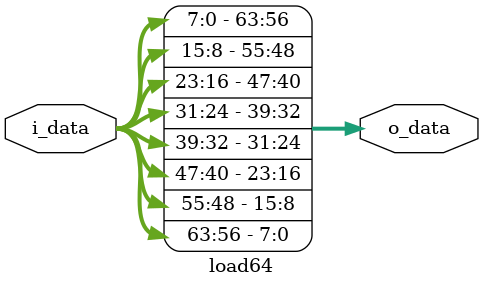
<source format=v>

module load64
#(	
	parameter	BW_DATA			= 64
)
(	
	output 		[BW_DATA-1:0]	o_data,
	input		[BW_DATA-1:0]	i_data
);

	assign	o_data	= {	i_data[63-7*8-:8],
						i_data[63-6*8-:8],
						i_data[63-5*8-:8],
						i_data[63-4*8-:8],
						i_data[63-3*8-:8],
						i_data[63-2*8-:8],
						i_data[63-1*8-:8],
						i_data[63-0*8-:8]};
endmodule

</source>
